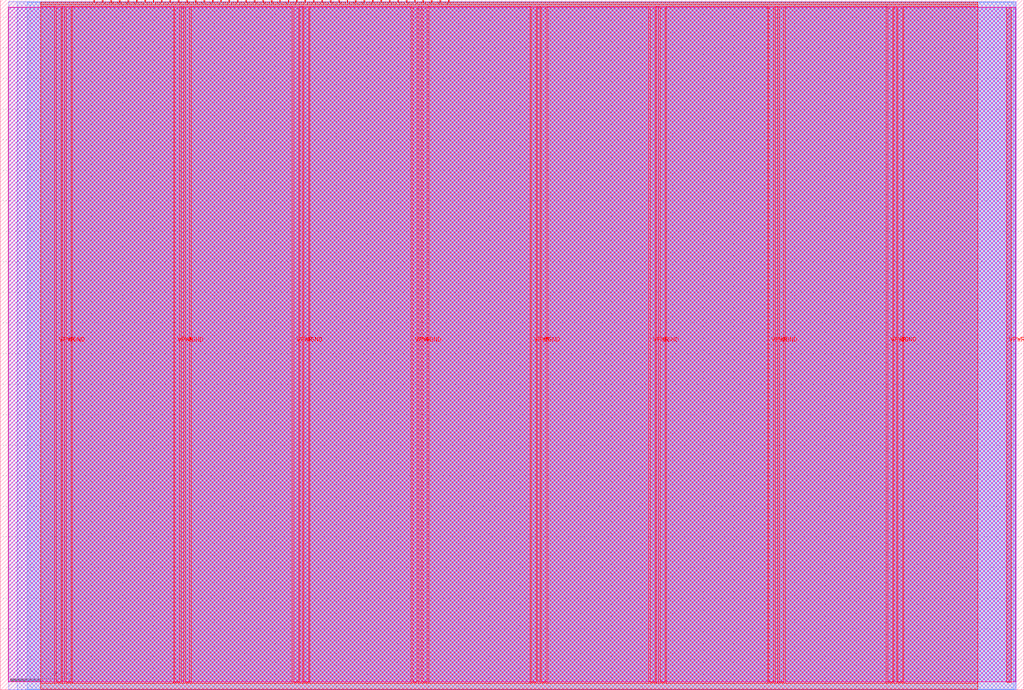
<source format=lef>
VERSION 5.7 ;
  NOWIREEXTENSIONATPIN ON ;
  DIVIDERCHAR "/" ;
  BUSBITCHARS "[]" ;
MACRO tt_um_2048_vga_game
  CLASS BLOCK ;
  FOREIGN tt_um_2048_vga_game ;
  ORIGIN 0.000 0.000 ;
  SIZE 334.880 BY 225.760 ;
  PIN VGND
    DIRECTION INOUT ;
    USE GROUND ;
    PORT
      LAYER met4 ;
        RECT 21.580 2.480 23.180 223.280 ;
    END
    PORT
      LAYER met4 ;
        RECT 60.450 2.480 62.050 223.280 ;
    END
    PORT
      LAYER met4 ;
        RECT 99.320 2.480 100.920 223.280 ;
    END
    PORT
      LAYER met4 ;
        RECT 138.190 2.480 139.790 223.280 ;
    END
    PORT
      LAYER met4 ;
        RECT 177.060 2.480 178.660 223.280 ;
    END
    PORT
      LAYER met4 ;
        RECT 215.930 2.480 217.530 223.280 ;
    END
    PORT
      LAYER met4 ;
        RECT 254.800 2.480 256.400 223.280 ;
    END
    PORT
      LAYER met4 ;
        RECT 293.670 2.480 295.270 223.280 ;
    END
  END VGND
  PIN VPWR
    DIRECTION INOUT ;
    USE POWER ;
    PORT
      LAYER met4 ;
        RECT 18.280 2.480 19.880 223.280 ;
    END
    PORT
      LAYER met4 ;
        RECT 57.150 2.480 58.750 223.280 ;
    END
    PORT
      LAYER met4 ;
        RECT 96.020 2.480 97.620 223.280 ;
    END
    PORT
      LAYER met4 ;
        RECT 134.890 2.480 136.490 223.280 ;
    END
    PORT
      LAYER met4 ;
        RECT 173.760 2.480 175.360 223.280 ;
    END
    PORT
      LAYER met4 ;
        RECT 212.630 2.480 214.230 223.280 ;
    END
    PORT
      LAYER met4 ;
        RECT 251.500 2.480 253.100 223.280 ;
    END
    PORT
      LAYER met4 ;
        RECT 290.370 2.480 291.970 223.280 ;
    END
    PORT
      LAYER met4 ;
        RECT 329.240 2.480 330.840 223.280 ;
    END
  END VPWR
  PIN clk
    DIRECTION INPUT ;
    USE SIGNAL ;
    ANTENNAGATEAREA 0.852000 ;
    PORT
      LAYER met4 ;
        RECT 143.830 224.760 144.130 225.760 ;
    END
  END clk
  PIN ena
    DIRECTION INPUT ;
    USE SIGNAL ;
    PORT
      LAYER met4 ;
        RECT 146.590 224.760 146.890 225.760 ;
    END
  END ena
  PIN rst_n
    DIRECTION INPUT ;
    USE SIGNAL ;
    ANTENNAGATEAREA 0.196500 ;
    PORT
      LAYER met4 ;
        RECT 141.070 224.760 141.370 225.760 ;
    END
  END rst_n
  PIN ui_in[0]
    DIRECTION INPUT ;
    USE SIGNAL ;
    ANTENNAGATEAREA 0.196500 ;
    PORT
      LAYER met4 ;
        RECT 138.310 224.760 138.610 225.760 ;
    END
  END ui_in[0]
  PIN ui_in[1]
    DIRECTION INPUT ;
    USE SIGNAL ;
    ANTENNAGATEAREA 0.196500 ;
    PORT
      LAYER met4 ;
        RECT 135.550 224.760 135.850 225.760 ;
    END
  END ui_in[1]
  PIN ui_in[2]
    DIRECTION INPUT ;
    USE SIGNAL ;
    ANTENNAGATEAREA 0.196500 ;
    PORT
      LAYER met4 ;
        RECT 132.790 224.760 133.090 225.760 ;
    END
  END ui_in[2]
  PIN ui_in[3]
    DIRECTION INPUT ;
    USE SIGNAL ;
    ANTENNAGATEAREA 0.196500 ;
    PORT
      LAYER met4 ;
        RECT 130.030 224.760 130.330 225.760 ;
    END
  END ui_in[3]
  PIN ui_in[4]
    DIRECTION INPUT ;
    USE SIGNAL ;
    ANTENNAGATEAREA 0.196500 ;
    PORT
      LAYER met4 ;
        RECT 127.270 224.760 127.570 225.760 ;
    END
  END ui_in[4]
  PIN ui_in[5]
    DIRECTION INPUT ;
    USE SIGNAL ;
    ANTENNAGATEAREA 0.196500 ;
    PORT
      LAYER met4 ;
        RECT 124.510 224.760 124.810 225.760 ;
    END
  END ui_in[5]
  PIN ui_in[6]
    DIRECTION INPUT ;
    USE SIGNAL ;
    ANTENNAGATEAREA 0.196500 ;
    PORT
      LAYER met4 ;
        RECT 121.750 224.760 122.050 225.760 ;
    END
  END ui_in[6]
  PIN ui_in[7]
    DIRECTION INPUT ;
    USE SIGNAL ;
    ANTENNAGATEAREA 0.213000 ;
    PORT
      LAYER met4 ;
        RECT 118.990 224.760 119.290 225.760 ;
    END
  END ui_in[7]
  PIN uio_in[0]
    DIRECTION INPUT ;
    USE SIGNAL ;
    ANTENNAGATEAREA 0.213000 ;
    PORT
      LAYER met4 ;
        RECT 116.230 224.760 116.530 225.760 ;
    END
  END uio_in[0]
  PIN uio_in[1]
    DIRECTION INPUT ;
    USE SIGNAL ;
    ANTENNAGATEAREA 0.213000 ;
    PORT
      LAYER met4 ;
        RECT 113.470 224.760 113.770 225.760 ;
    END
  END uio_in[1]
  PIN uio_in[2]
    DIRECTION INPUT ;
    USE SIGNAL ;
    ANTENNAGATEAREA 0.196500 ;
    PORT
      LAYER met4 ;
        RECT 110.710 224.760 111.010 225.760 ;
    END
  END uio_in[2]
  PIN uio_in[3]
    DIRECTION INPUT ;
    USE SIGNAL ;
    ANTENNAGATEAREA 0.196500 ;
    PORT
      LAYER met4 ;
        RECT 107.950 224.760 108.250 225.760 ;
    END
  END uio_in[3]
  PIN uio_in[4]
    DIRECTION INPUT ;
    USE SIGNAL ;
    ANTENNAGATEAREA 0.196500 ;
    PORT
      LAYER met4 ;
        RECT 105.190 224.760 105.490 225.760 ;
    END
  END uio_in[4]
  PIN uio_in[5]
    DIRECTION INPUT ;
    USE SIGNAL ;
    ANTENNAGATEAREA 0.196500 ;
    PORT
      LAYER met4 ;
        RECT 102.430 224.760 102.730 225.760 ;
    END
  END uio_in[5]
  PIN uio_in[6]
    DIRECTION INPUT ;
    USE SIGNAL ;
    ANTENNAGATEAREA 0.196500 ;
    PORT
      LAYER met4 ;
        RECT 99.670 224.760 99.970 225.760 ;
    END
  END uio_in[6]
  PIN uio_in[7]
    DIRECTION INPUT ;
    USE SIGNAL ;
    ANTENNAGATEAREA 0.196500 ;
    PORT
      LAYER met4 ;
        RECT 96.910 224.760 97.210 225.760 ;
    END
  END uio_in[7]
  PIN uio_oe[0]
    DIRECTION OUTPUT ;
    USE SIGNAL ;
    PORT
      LAYER met4 ;
        RECT 49.990 224.760 50.290 225.760 ;
    END
  END uio_oe[0]
  PIN uio_oe[1]
    DIRECTION OUTPUT ;
    USE SIGNAL ;
    PORT
      LAYER met4 ;
        RECT 47.230 224.760 47.530 225.760 ;
    END
  END uio_oe[1]
  PIN uio_oe[2]
    DIRECTION OUTPUT ;
    USE SIGNAL ;
    PORT
      LAYER met4 ;
        RECT 44.470 224.760 44.770 225.760 ;
    END
  END uio_oe[2]
  PIN uio_oe[3]
    DIRECTION OUTPUT ;
    USE SIGNAL ;
    PORT
      LAYER met4 ;
        RECT 41.710 224.760 42.010 225.760 ;
    END
  END uio_oe[3]
  PIN uio_oe[4]
    DIRECTION OUTPUT ;
    USE SIGNAL ;
    ANTENNADIFFAREA 0.445500 ;
    PORT
      LAYER met4 ;
        RECT 38.950 224.760 39.250 225.760 ;
    END
  END uio_oe[4]
  PIN uio_oe[5]
    DIRECTION OUTPUT ;
    USE SIGNAL ;
    ANTENNADIFFAREA 0.445500 ;
    PORT
      LAYER met4 ;
        RECT 36.190 224.760 36.490 225.760 ;
    END
  END uio_oe[5]
  PIN uio_oe[6]
    DIRECTION OUTPUT ;
    USE SIGNAL ;
    ANTENNADIFFAREA 0.445500 ;
    PORT
      LAYER met4 ;
        RECT 33.430 224.760 33.730 225.760 ;
    END
  END uio_oe[6]
  PIN uio_oe[7]
    DIRECTION OUTPUT ;
    USE SIGNAL ;
    ANTENNADIFFAREA 0.445500 ;
    PORT
      LAYER met4 ;
        RECT 30.670 224.760 30.970 225.760 ;
    END
  END uio_oe[7]
  PIN uio_out[0]
    DIRECTION OUTPUT ;
    USE SIGNAL ;
    PORT
      LAYER met4 ;
        RECT 72.070 224.760 72.370 225.760 ;
    END
  END uio_out[0]
  PIN uio_out[1]
    DIRECTION OUTPUT ;
    USE SIGNAL ;
    PORT
      LAYER met4 ;
        RECT 69.310 224.760 69.610 225.760 ;
    END
  END uio_out[1]
  PIN uio_out[2]
    DIRECTION OUTPUT ;
    USE SIGNAL ;
    PORT
      LAYER met4 ;
        RECT 66.550 224.760 66.850 225.760 ;
    END
  END uio_out[2]
  PIN uio_out[3]
    DIRECTION OUTPUT ;
    USE SIGNAL ;
    PORT
      LAYER met4 ;
        RECT 63.790 224.760 64.090 225.760 ;
    END
  END uio_out[3]
  PIN uio_out[4]
    DIRECTION OUTPUT ;
    USE SIGNAL ;
    ANTENNAGATEAREA 0.247500 ;
    ANTENNADIFFAREA 0.891000 ;
    PORT
      LAYER met4 ;
        RECT 61.030 224.760 61.330 225.760 ;
    END
  END uio_out[4]
  PIN uio_out[5]
    DIRECTION OUTPUT ;
    USE SIGNAL ;
    ANTENNAGATEAREA 0.247500 ;
    ANTENNADIFFAREA 0.891000 ;
    PORT
      LAYER met4 ;
        RECT 58.270 224.760 58.570 225.760 ;
    END
  END uio_out[5]
  PIN uio_out[6]
    DIRECTION OUTPUT ;
    USE SIGNAL ;
    ANTENNAGATEAREA 0.682200 ;
    ANTENNADIFFAREA 1.325700 ;
    PORT
      LAYER met4 ;
        RECT 55.510 224.760 55.810 225.760 ;
    END
  END uio_out[6]
  PIN uio_out[7]
    DIRECTION OUTPUT ;
    USE SIGNAL ;
    ANTENNAGATEAREA 0.247500 ;
    ANTENNADIFFAREA 0.891000 ;
    PORT
      LAYER met4 ;
        RECT 52.750 224.760 53.050 225.760 ;
    END
  END uio_out[7]
  PIN uo_out[0]
    DIRECTION OUTPUT ;
    USE SIGNAL ;
    ANTENNADIFFAREA 0.891000 ;
    PORT
      LAYER met4 ;
        RECT 94.150 224.760 94.450 225.760 ;
    END
  END uo_out[0]
  PIN uo_out[1]
    DIRECTION OUTPUT ;
    USE SIGNAL ;
    ANTENNADIFFAREA 0.891000 ;
    PORT
      LAYER met4 ;
        RECT 91.390 224.760 91.690 225.760 ;
    END
  END uo_out[1]
  PIN uo_out[2]
    DIRECTION OUTPUT ;
    USE SIGNAL ;
    ANTENNADIFFAREA 0.891000 ;
    PORT
      LAYER met4 ;
        RECT 88.630 224.760 88.930 225.760 ;
    END
  END uo_out[2]
  PIN uo_out[3]
    DIRECTION OUTPUT ;
    USE SIGNAL ;
    ANTENNADIFFAREA 0.795200 ;
    PORT
      LAYER met4 ;
        RECT 85.870 224.760 86.170 225.760 ;
    END
  END uo_out[3]
  PIN uo_out[4]
    DIRECTION OUTPUT ;
    USE SIGNAL ;
    ANTENNADIFFAREA 0.891000 ;
    PORT
      LAYER met4 ;
        RECT 83.110 224.760 83.410 225.760 ;
    END
  END uo_out[4]
  PIN uo_out[5]
    DIRECTION OUTPUT ;
    USE SIGNAL ;
    ANTENNADIFFAREA 0.891000 ;
    PORT
      LAYER met4 ;
        RECT 80.350 224.760 80.650 225.760 ;
    END
  END uo_out[5]
  PIN uo_out[6]
    DIRECTION OUTPUT ;
    USE SIGNAL ;
    ANTENNADIFFAREA 0.445500 ;
    PORT
      LAYER met4 ;
        RECT 77.590 224.760 77.890 225.760 ;
    END
  END uo_out[6]
  PIN uo_out[7]
    DIRECTION OUTPUT ;
    USE SIGNAL ;
    ANTENNADIFFAREA 0.445500 ;
    PORT
      LAYER met4 ;
        RECT 74.830 224.760 75.130 225.760 ;
    END
  END uo_out[7]
  OBS
      LAYER nwell ;
        RECT 2.570 2.635 332.310 223.230 ;
      LAYER li1 ;
        RECT 2.760 2.635 332.120 223.125 ;
      LAYER met1 ;
        RECT 2.760 0.040 332.420 225.040 ;
      LAYER met2 ;
        RECT 5.620 0.010 332.020 225.070 ;
      LAYER met3 ;
        RECT 8.805 0.175 331.595 224.905 ;
      LAYER met4 ;
        RECT 13.175 224.360 30.270 224.905 ;
        RECT 31.370 224.360 33.030 224.905 ;
        RECT 34.130 224.360 35.790 224.905 ;
        RECT 36.890 224.360 38.550 224.905 ;
        RECT 39.650 224.360 41.310 224.905 ;
        RECT 42.410 224.360 44.070 224.905 ;
        RECT 45.170 224.360 46.830 224.905 ;
        RECT 47.930 224.360 49.590 224.905 ;
        RECT 50.690 224.360 52.350 224.905 ;
        RECT 53.450 224.360 55.110 224.905 ;
        RECT 56.210 224.360 57.870 224.905 ;
        RECT 58.970 224.360 60.630 224.905 ;
        RECT 61.730 224.360 63.390 224.905 ;
        RECT 64.490 224.360 66.150 224.905 ;
        RECT 67.250 224.360 68.910 224.905 ;
        RECT 70.010 224.360 71.670 224.905 ;
        RECT 72.770 224.360 74.430 224.905 ;
        RECT 75.530 224.360 77.190 224.905 ;
        RECT 78.290 224.360 79.950 224.905 ;
        RECT 81.050 224.360 82.710 224.905 ;
        RECT 83.810 224.360 85.470 224.905 ;
        RECT 86.570 224.360 88.230 224.905 ;
        RECT 89.330 224.360 90.990 224.905 ;
        RECT 92.090 224.360 93.750 224.905 ;
        RECT 94.850 224.360 96.510 224.905 ;
        RECT 97.610 224.360 99.270 224.905 ;
        RECT 100.370 224.360 102.030 224.905 ;
        RECT 103.130 224.360 104.790 224.905 ;
        RECT 105.890 224.360 107.550 224.905 ;
        RECT 108.650 224.360 110.310 224.905 ;
        RECT 111.410 224.360 113.070 224.905 ;
        RECT 114.170 224.360 115.830 224.905 ;
        RECT 116.930 224.360 118.590 224.905 ;
        RECT 119.690 224.360 121.350 224.905 ;
        RECT 122.450 224.360 124.110 224.905 ;
        RECT 125.210 224.360 126.870 224.905 ;
        RECT 127.970 224.360 129.630 224.905 ;
        RECT 130.730 224.360 132.390 224.905 ;
        RECT 133.490 224.360 135.150 224.905 ;
        RECT 136.250 224.360 137.910 224.905 ;
        RECT 139.010 224.360 140.670 224.905 ;
        RECT 141.770 224.360 143.430 224.905 ;
        RECT 144.530 224.360 146.190 224.905 ;
        RECT 147.290 224.360 319.865 224.905 ;
        RECT 13.175 223.680 319.865 224.360 ;
        RECT 13.175 2.080 17.880 223.680 ;
        RECT 20.280 2.080 21.180 223.680 ;
        RECT 23.580 2.080 56.750 223.680 ;
        RECT 59.150 2.080 60.050 223.680 ;
        RECT 62.450 2.080 95.620 223.680 ;
        RECT 98.020 2.080 98.920 223.680 ;
        RECT 101.320 2.080 134.490 223.680 ;
        RECT 136.890 2.080 137.790 223.680 ;
        RECT 140.190 2.080 173.360 223.680 ;
        RECT 175.760 2.080 176.660 223.680 ;
        RECT 179.060 2.080 212.230 223.680 ;
        RECT 214.630 2.080 215.530 223.680 ;
        RECT 217.930 2.080 251.100 223.680 ;
        RECT 253.500 2.080 254.400 223.680 ;
        RECT 256.800 2.080 289.970 223.680 ;
        RECT 292.370 2.080 293.270 223.680 ;
        RECT 295.670 2.080 319.865 223.680 ;
        RECT 13.175 0.175 319.865 2.080 ;
  END
END tt_um_2048_vga_game
END LIBRARY


</source>
